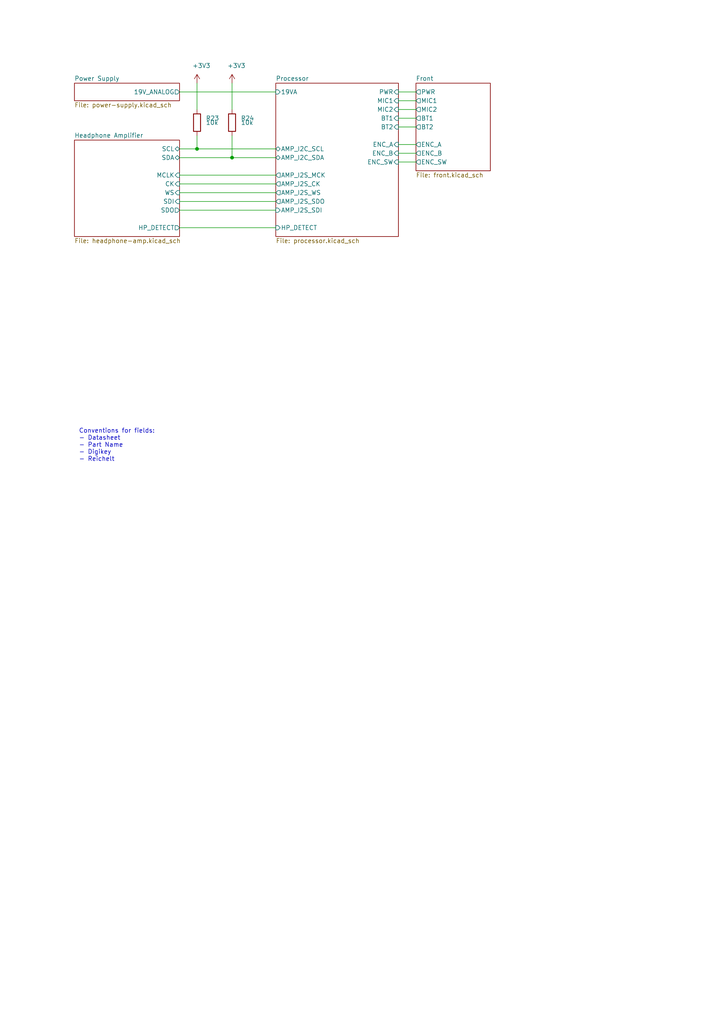
<source format=kicad_sch>
(kicad_sch (version 20210621) (generator eeschema)
  (paper "A4" portrait)
  (lib_symbols
    (symbol "Device:R" (pin_numbers hide) (pin_names (offset 0))
      (property "Reference" "R" (at 2.032 0 90))
      (property "Value" "R" (at 0 0 90))
      (symbol "R_0_1"
        (rectangle (start -1.016 -2.54) (end 1.016 2.54) (stroke (width 0.254)))
      )
      (symbol "R_1_1"
        (pin passive line (at 0 3.81 270) (length 1.27) (name "~") (number "1"))
        (pin passive line (at 0 -3.81 90) (length 1.27) (name "~") (number "2"))
      )
    )
    (symbol "power:+3V3" (power) (pin_names (offset 0))
      (property "Value" "+3V3" (at 0 3.556 0))
      (symbol "+3V3_0_1"
        (polyline (pts (xy -0.762 1.27) (xy 0 2.54)))
        (polyline (pts (xy 0 0) (xy 0 2.54)))
        (polyline (pts (xy 0 2.54) (xy 0.762 1.27)))
      )
      (symbol "+3V3_1_1"
        (pin power_in line (at 0 0 90) (length 0) hide (name "+3V3") (number "1"))
      )
    )
  )
  (junction (at 57.15 43.18) (diameter 0.9144))
  (junction (at 67.31 45.72) (diameter 0.9144))
  (wire (pts (xy 52.07 26.67) (xy 80.01 26.67)))
  (wire (pts (xy 52.07 43.18) (xy 57.15 43.18)))
  (wire (pts (xy 52.07 45.72) (xy 67.31 45.72)))
  (wire (pts (xy 52.07 50.8) (xy 80.01 50.8)))
  (wire (pts (xy 52.07 53.34) (xy 80.01 53.34)))
  (wire (pts (xy 52.07 55.88) (xy 80.01 55.88)))
  (wire (pts (xy 52.07 58.42) (xy 80.01 58.42)))
  (wire (pts (xy 52.07 60.96) (xy 80.01 60.96)))
  (wire (pts (xy 52.07 66.04) (xy 80.01 66.04)))
  (wire (pts (xy 57.15 24.13) (xy 57.15 31.75)))
  (wire (pts (xy 57.15 43.18) (xy 57.15 39.37)))
  (wire (pts (xy 57.15 43.18) (xy 80.01 43.18)))
  (wire (pts (xy 67.31 24.13) (xy 67.31 31.75)))
  (wire (pts (xy 67.31 45.72) (xy 67.31 39.37)))
  (wire (pts (xy 67.31 45.72) (xy 80.01 45.72)))
  (wire (pts (xy 115.57 26.67) (xy 120.65 26.67)))
  (wire (pts (xy 115.57 29.21) (xy 120.65 29.21)))
  (wire (pts (xy 115.57 31.75) (xy 120.65 31.75)))
  (wire (pts (xy 115.57 34.29) (xy 120.65 34.29)))
  (wire (pts (xy 115.57 36.83) (xy 120.65 36.83)))
  (wire (pts (xy 115.57 41.91) (xy 120.65 41.91)))
  (wire (pts (xy 115.57 44.45) (xy 120.65 44.45)))
  (wire (pts (xy 115.57 46.99) (xy 120.65 46.99)))
  (text "Conventions for fields:\n- Datasheet\n- Part Name\n- Digikey\n- Reichelt" (at 22.86 133.985 0) (effects (font (size 1.27 1.27)) (justify left bottom)))
  (symbol (lib_id "power:+3V3") (at 57.15 24.13 0) (unit 1)
    (property "Reference" "#PWR0157" (effects hide))
    (property "Value" "+3V3" (at 58.42 19.05 0))
  )
  (symbol (lib_id "power:+3V3") (at 67.31 24.13 0) (unit 1)
    (property "Reference" "#PWR0158" (effects hide))
    (property "Value" "+3V3" (at 68.58 19.05 0))
  )
  (symbol (lib_id "Device:R") (at 57.15 35.56 0) (unit 1)
    (property "Reference" "R23" (at 59.69 34.29 0) (effects (justify left)))
    (property "Value" "10k" (at 59.69 35.56 0) (effects (justify left)))
    (property "Footprint" "Resistor_SMD:R_0603_1608Metric" (effects hide))
    (property "Mouser" "652-CR0603FX-1002ELF" (effects hide))
    (property "Part Name" "Bourns CR0603-FX-1002ELF" (effects hide))
  )
  (symbol (lib_id "Device:R") (at 67.31 35.56 0) (unit 1)
    (property "Reference" "R24" (at 69.85 34.29 0) (effects (justify left)))
    (property "Value" "10k" (at 69.85 35.56 0) (effects (justify left)))
    (property "Footprint" "Resistor_SMD:R_0603_1608Metric" (effects hide))
    (property "Mouser" "652-CR0603FX-1002ELF" (effects hide))
    (property "Part Name" "Bourns CR0603-FX-1002ELF" (effects hide))
  )
  (sheet (at 120.65 24.13) (size 21.59 25.4)
    (property "Schaltplanname" "Front" (at 120.65 23.4945 0) (effects (justify left bottom)))
    (property "Dateiname Blatt" "front.kicad_sch" (at 120.65 50.0385 0) (effects (justify left top)))
    (pin "PWR" output (at 120.65 26.67 180))
    (pin "ENC_B" output (at 120.65 44.45 180))
    (pin "ENC_A" output (at 120.65 41.91 180))
    (pin "ENC_SW" output (at 120.65 46.99 180))
    (pin "MIC1" output (at 120.65 29.21 180))
    (pin "BT2" output (at 120.65 36.83 180))
    (pin "MIC2" output (at 120.65 31.75 180))
    (pin "BT1" output (at 120.65 34.29 180))
  )
  (sheet (at 21.59 40.64) (size 30.48 27.94)
    (property "Schaltplanname" "Headphone Amplifier" (at 21.59 40.0045 0) (effects (justify left bottom)))
    (property "Dateiname Blatt" "headphone-amp.kicad_sch" (at 21.59 69.0885 0) (effects (justify left top)))
    (pin "HP_DETECT" output (at 52.07 66.04 0))
    (pin "MCLK" input (at 52.07 50.8 0))
    (pin "CK" input (at 52.07 53.34 0))
    (pin "WS" input (at 52.07 55.88 0))
    (pin "SDI" input (at 52.07 58.42 0))
    (pin "SDO" output (at 52.07 60.96 0))
    (pin "SCL" bidirectional (at 52.07 43.18 0))
    (pin "SDA" bidirectional (at 52.07 45.72 0))
  )
  (sheet (at 21.59 24.13) (size 30.48 5.08)
    (property "Schaltplanname" "Power Supply" (at 21.59 23.4945 0) (effects (justify left bottom)))
    (property "Dateiname Blatt" "power-supply.kicad_sch" (at 21.59 29.7185 0) (effects (justify left top)))
    (pin "19V_ANALOG" output (at 52.07 26.67 0))
  )
  (sheet (at 80.01 24.13) (size 35.56 44.45)
    (property "Schaltplanname" "Processor" (at 80.01 23.4945 0) (effects (justify left bottom)))
    (property "Dateiname Blatt" "processor.kicad_sch" (at 80.01 69.0885 0) (effects (justify left top)))
    (pin "AMP_I2S_MCK" output (at 80.01 50.8 180))
    (pin "AMP_I2S_CK" output (at 80.01 53.34 180))
    (pin "AMP_I2S_WS" output (at 80.01 55.88 180))
    (pin "AMP_I2S_SDI" input (at 80.01 60.96 180))
    (pin "AMP_I2S_SDO" output (at 80.01 58.42 180))
    (pin "AMP_I2C_SDA" bidirectional (at 80.01 45.72 180))
    (pin "AMP_I2C_SCL" bidirectional (at 80.01 43.18 180))
    (pin "HP_DETECT" input (at 80.01 66.04 180))
    (pin "PWR" input (at 115.57 26.67 0))
    (pin "MIC1" input (at 115.57 29.21 0))
    (pin "MIC2" input (at 115.57 31.75 0))
    (pin "BT1" input (at 115.57 34.29 0))
    (pin "BT2" input (at 115.57 36.83 0))
    (pin "ENC_A" input (at 115.57 41.91 0))
    (pin "ENC_B" input (at 115.57 44.45 0))
    (pin "ENC_SW" input (at 115.57 46.99 0))
    (pin "19VA" input (at 80.01 26.67 180))
  )
)
</source>
